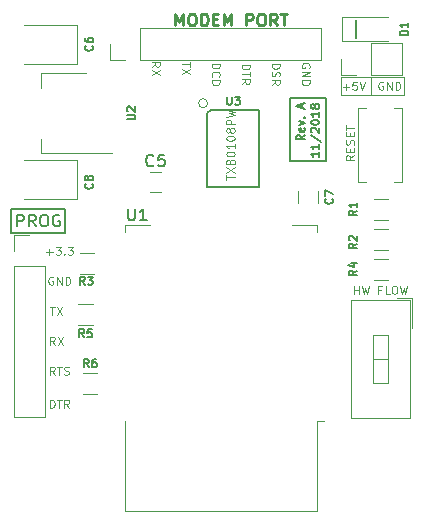
<source format=gto>
G04 #@! TF.GenerationSoftware,KiCad,Pcbnew,(5.0.0-3-g5ebb6b6)*
G04 #@! TF.CreationDate,2018-11-09T10:28:32+01:00*
G04 #@! TF.ProjectId,WifiModem_IIC+,576966694D6F64656D5F4949432B2E6B,rev?*
G04 #@! TF.SameCoordinates,Original*
G04 #@! TF.FileFunction,Legend,Top*
G04 #@! TF.FilePolarity,Positive*
%FSLAX46Y46*%
G04 Gerber Fmt 4.6, Leading zero omitted, Abs format (unit mm)*
G04 Created by KiCad (PCBNEW (5.0.0-3-g5ebb6b6)) date Friday, 09 November 2018 at 10:28:32*
%MOMM*%
%LPD*%
G01*
G04 APERTURE LIST*
%ADD10C,0.125000*%
%ADD11C,0.200000*%
%ADD12C,0.100000*%
%ADD13C,0.175000*%
%ADD14C,0.250000*%
%ADD15C,0.120000*%
%ADD16C,0.127000*%
%ADD17C,0.150000*%
%ADD18C,0.050000*%
G04 APERTURE END LIST*
D10*
X113708000Y-68884000D02*
X114241333Y-68884000D01*
X113974666Y-69150666D02*
X113974666Y-68617333D01*
X114508000Y-68450666D02*
X114941333Y-68450666D01*
X114708000Y-68717333D01*
X114808000Y-68717333D01*
X114874666Y-68750666D01*
X114908000Y-68784000D01*
X114941333Y-68850666D01*
X114941333Y-69017333D01*
X114908000Y-69084000D01*
X114874666Y-69117333D01*
X114808000Y-69150666D01*
X114608000Y-69150666D01*
X114541333Y-69117333D01*
X114508000Y-69084000D01*
X115241333Y-69084000D02*
X115274666Y-69117333D01*
X115241333Y-69150666D01*
X115208000Y-69117333D01*
X115241333Y-69084000D01*
X115241333Y-69150666D01*
X115508000Y-68450666D02*
X115941333Y-68450666D01*
X115708000Y-68717333D01*
X115808000Y-68717333D01*
X115874666Y-68750666D01*
X115908000Y-68784000D01*
X115941333Y-68850666D01*
X115941333Y-69017333D01*
X115908000Y-69084000D01*
X115874666Y-69117333D01*
X115808000Y-69150666D01*
X115608000Y-69150666D01*
X115541333Y-69117333D01*
X115508000Y-69084000D01*
D11*
X110744000Y-67310000D02*
X110744000Y-65278000D01*
X115316000Y-67310000D02*
X110744000Y-67310000D01*
X115316000Y-65278000D02*
X115316000Y-67310000D01*
X110744000Y-65278000D02*
X115316000Y-65278000D01*
D12*
X141224000Y-55626000D02*
X141224000Y-54102000D01*
X138684000Y-55626000D02*
X138684000Y-54102000D01*
X144018000Y-55626000D02*
X138684000Y-55626000D01*
X144018000Y-54102000D02*
X144018000Y-55626000D01*
X138684000Y-54102000D02*
X144018000Y-54102000D01*
D10*
X142214666Y-54514000D02*
X142148000Y-54480666D01*
X142048000Y-54480666D01*
X141948000Y-54514000D01*
X141881333Y-54580666D01*
X141848000Y-54647333D01*
X141814666Y-54780666D01*
X141814666Y-54880666D01*
X141848000Y-55014000D01*
X141881333Y-55080666D01*
X141948000Y-55147333D01*
X142048000Y-55180666D01*
X142114666Y-55180666D01*
X142214666Y-55147333D01*
X142248000Y-55114000D01*
X142248000Y-54880666D01*
X142114666Y-54880666D01*
X142548000Y-55180666D02*
X142548000Y-54480666D01*
X142948000Y-55180666D01*
X142948000Y-54480666D01*
X143281333Y-55180666D02*
X143281333Y-54480666D01*
X143448000Y-54480666D01*
X143548000Y-54514000D01*
X143614666Y-54580666D01*
X143648000Y-54647333D01*
X143681333Y-54780666D01*
X143681333Y-54880666D01*
X143648000Y-55014000D01*
X143614666Y-55080666D01*
X143548000Y-55147333D01*
X143448000Y-55180666D01*
X143281333Y-55180666D01*
D11*
X134366000Y-61214000D02*
X134366000Y-55880000D01*
X137414000Y-61214000D02*
X134366000Y-61214000D01*
X137414000Y-55880000D02*
X137414000Y-61214000D01*
X134366000Y-55880000D02*
X137414000Y-55880000D01*
D13*
X135594166Y-58981083D02*
X135260833Y-59214416D01*
X135594166Y-59381083D02*
X134894166Y-59381083D01*
X134894166Y-59114416D01*
X134927500Y-59047750D01*
X134960833Y-59014416D01*
X135027500Y-58981083D01*
X135127500Y-58981083D01*
X135194166Y-59014416D01*
X135227500Y-59047750D01*
X135260833Y-59114416D01*
X135260833Y-59381083D01*
X135560833Y-58414416D02*
X135594166Y-58481083D01*
X135594166Y-58614416D01*
X135560833Y-58681083D01*
X135494166Y-58714416D01*
X135227500Y-58714416D01*
X135160833Y-58681083D01*
X135127500Y-58614416D01*
X135127500Y-58481083D01*
X135160833Y-58414416D01*
X135227500Y-58381083D01*
X135294166Y-58381083D01*
X135360833Y-58714416D01*
X135127500Y-58147750D02*
X135594166Y-57981083D01*
X135127500Y-57814416D01*
X135527500Y-57547750D02*
X135560833Y-57514416D01*
X135594166Y-57547750D01*
X135560833Y-57581083D01*
X135527500Y-57547750D01*
X135594166Y-57547750D01*
X135394166Y-56714416D02*
X135394166Y-56381083D01*
X135594166Y-56781083D02*
X134894166Y-56547750D01*
X135594166Y-56314416D01*
X136819166Y-60447750D02*
X136819166Y-60847750D01*
X136819166Y-60647750D02*
X136119166Y-60647750D01*
X136219166Y-60714416D01*
X136285833Y-60781083D01*
X136319166Y-60847750D01*
X136819166Y-59781083D02*
X136819166Y-60181083D01*
X136819166Y-59981083D02*
X136119166Y-59981083D01*
X136219166Y-60047750D01*
X136285833Y-60114416D01*
X136319166Y-60181083D01*
X136085833Y-58981083D02*
X136985833Y-59581083D01*
X136185833Y-58781083D02*
X136152500Y-58747750D01*
X136119166Y-58681083D01*
X136119166Y-58514416D01*
X136152500Y-58447750D01*
X136185833Y-58414416D01*
X136252500Y-58381083D01*
X136319166Y-58381083D01*
X136419166Y-58414416D01*
X136819166Y-58814416D01*
X136819166Y-58381083D01*
X136119166Y-57947750D02*
X136119166Y-57881083D01*
X136152500Y-57814416D01*
X136185833Y-57781083D01*
X136252500Y-57747750D01*
X136385833Y-57714416D01*
X136552500Y-57714416D01*
X136685833Y-57747750D01*
X136752500Y-57781083D01*
X136785833Y-57814416D01*
X136819166Y-57881083D01*
X136819166Y-57947750D01*
X136785833Y-58014416D01*
X136752500Y-58047750D01*
X136685833Y-58081083D01*
X136552500Y-58114416D01*
X136385833Y-58114416D01*
X136252500Y-58081083D01*
X136185833Y-58047750D01*
X136152500Y-58014416D01*
X136119166Y-57947750D01*
X136819166Y-57047750D02*
X136819166Y-57447750D01*
X136819166Y-57247750D02*
X136119166Y-57247750D01*
X136219166Y-57314416D01*
X136285833Y-57381083D01*
X136319166Y-57447750D01*
X136419166Y-56647750D02*
X136385833Y-56714416D01*
X136352500Y-56747750D01*
X136285833Y-56781083D01*
X136252500Y-56781083D01*
X136185833Y-56747750D01*
X136152500Y-56714416D01*
X136119166Y-56647750D01*
X136119166Y-56514416D01*
X136152500Y-56447750D01*
X136185833Y-56414416D01*
X136252500Y-56381083D01*
X136285833Y-56381083D01*
X136352500Y-56414416D01*
X136385833Y-56447750D01*
X136419166Y-56514416D01*
X136419166Y-56647750D01*
X136452500Y-56714416D01*
X136485833Y-56747750D01*
X136552500Y-56781083D01*
X136685833Y-56781083D01*
X136752500Y-56747750D01*
X136785833Y-56714416D01*
X136819166Y-56647750D01*
X136819166Y-56514416D01*
X136785833Y-56447750D01*
X136752500Y-56414416D01*
X136685833Y-56381083D01*
X136552500Y-56381083D01*
X136485833Y-56414416D01*
X136452500Y-56447750D01*
X136419166Y-56514416D01*
D11*
X139954000Y-49276000D02*
X139954000Y-50800000D01*
D10*
X139769333Y-72452666D02*
X139769333Y-71752666D01*
X139769333Y-72086000D02*
X140169333Y-72086000D01*
X140169333Y-72452666D02*
X140169333Y-71752666D01*
X140436000Y-71752666D02*
X140602666Y-72452666D01*
X140736000Y-71952666D01*
X140869333Y-72452666D01*
X141036000Y-71752666D01*
X142069333Y-72086000D02*
X141836000Y-72086000D01*
X141836000Y-72452666D02*
X141836000Y-71752666D01*
X142169333Y-71752666D01*
X142769333Y-72452666D02*
X142436000Y-72452666D01*
X142436000Y-71752666D01*
X143136000Y-71752666D02*
X143269333Y-71752666D01*
X143336000Y-71786000D01*
X143402666Y-71852666D01*
X143436000Y-71986000D01*
X143436000Y-72219333D01*
X143402666Y-72352666D01*
X143336000Y-72419333D01*
X143269333Y-72452666D01*
X143136000Y-72452666D01*
X143069333Y-72419333D01*
X143002666Y-72352666D01*
X142969333Y-72219333D01*
X142969333Y-71986000D01*
X143002666Y-71852666D01*
X143069333Y-71786000D01*
X143136000Y-71752666D01*
X143669333Y-71752666D02*
X143836000Y-72452666D01*
X143969333Y-71952666D01*
X144102666Y-72452666D01*
X144269333Y-71752666D01*
X139762666Y-60706666D02*
X139429333Y-60940000D01*
X139762666Y-61106666D02*
X139062666Y-61106666D01*
X139062666Y-60840000D01*
X139096000Y-60773333D01*
X139129333Y-60740000D01*
X139196000Y-60706666D01*
X139296000Y-60706666D01*
X139362666Y-60740000D01*
X139396000Y-60773333D01*
X139429333Y-60840000D01*
X139429333Y-61106666D01*
X139396000Y-60406666D02*
X139396000Y-60173333D01*
X139762666Y-60073333D02*
X139762666Y-60406666D01*
X139062666Y-60406666D01*
X139062666Y-60073333D01*
X139729333Y-59806666D02*
X139762666Y-59706666D01*
X139762666Y-59540000D01*
X139729333Y-59473333D01*
X139696000Y-59440000D01*
X139629333Y-59406666D01*
X139562666Y-59406666D01*
X139496000Y-59440000D01*
X139462666Y-59473333D01*
X139429333Y-59540000D01*
X139396000Y-59673333D01*
X139362666Y-59740000D01*
X139329333Y-59773333D01*
X139262666Y-59806666D01*
X139196000Y-59806666D01*
X139129333Y-59773333D01*
X139096000Y-59740000D01*
X139062666Y-59673333D01*
X139062666Y-59506666D01*
X139096000Y-59406666D01*
X139396000Y-59106666D02*
X139396000Y-58873333D01*
X139762666Y-58773333D02*
X139762666Y-59106666D01*
X139062666Y-59106666D01*
X139062666Y-58773333D01*
X139062666Y-58573333D02*
X139062666Y-58173333D01*
X139762666Y-58373333D02*
X139062666Y-58373333D01*
X138800000Y-54914000D02*
X139333333Y-54914000D01*
X139066666Y-55180666D02*
X139066666Y-54647333D01*
X140000000Y-54480666D02*
X139666666Y-54480666D01*
X139633333Y-54814000D01*
X139666666Y-54780666D01*
X139733333Y-54747333D01*
X139900000Y-54747333D01*
X139966666Y-54780666D01*
X140000000Y-54814000D01*
X140033333Y-54880666D01*
X140033333Y-55047333D01*
X140000000Y-55114000D01*
X139966666Y-55147333D01*
X139900000Y-55180666D01*
X139733333Y-55180666D01*
X139666666Y-55147333D01*
X139633333Y-55114000D01*
X140233333Y-54480666D02*
X140466666Y-55180666D01*
X140700000Y-54480666D01*
D14*
X124619333Y-49728380D02*
X124619333Y-48728380D01*
X124952666Y-49442666D01*
X125286000Y-48728380D01*
X125286000Y-49728380D01*
X125952666Y-48728380D02*
X126143142Y-48728380D01*
X126238380Y-48776000D01*
X126333619Y-48871238D01*
X126381238Y-49061714D01*
X126381238Y-49395047D01*
X126333619Y-49585523D01*
X126238380Y-49680761D01*
X126143142Y-49728380D01*
X125952666Y-49728380D01*
X125857428Y-49680761D01*
X125762190Y-49585523D01*
X125714571Y-49395047D01*
X125714571Y-49061714D01*
X125762190Y-48871238D01*
X125857428Y-48776000D01*
X125952666Y-48728380D01*
X126809809Y-49728380D02*
X126809809Y-48728380D01*
X127047904Y-48728380D01*
X127190761Y-48776000D01*
X127286000Y-48871238D01*
X127333619Y-48966476D01*
X127381238Y-49156952D01*
X127381238Y-49299809D01*
X127333619Y-49490285D01*
X127286000Y-49585523D01*
X127190761Y-49680761D01*
X127047904Y-49728380D01*
X126809809Y-49728380D01*
X127809809Y-49204571D02*
X128143142Y-49204571D01*
X128286000Y-49728380D02*
X127809809Y-49728380D01*
X127809809Y-48728380D01*
X128286000Y-48728380D01*
X128714571Y-49728380D02*
X128714571Y-48728380D01*
X129047904Y-49442666D01*
X129381238Y-48728380D01*
X129381238Y-49728380D01*
X130619333Y-49728380D02*
X130619333Y-48728380D01*
X131000285Y-48728380D01*
X131095523Y-48776000D01*
X131143142Y-48823619D01*
X131190761Y-48918857D01*
X131190761Y-49061714D01*
X131143142Y-49156952D01*
X131095523Y-49204571D01*
X131000285Y-49252190D01*
X130619333Y-49252190D01*
X131809809Y-48728380D02*
X132000285Y-48728380D01*
X132095523Y-48776000D01*
X132190761Y-48871238D01*
X132238380Y-49061714D01*
X132238380Y-49395047D01*
X132190761Y-49585523D01*
X132095523Y-49680761D01*
X132000285Y-49728380D01*
X131809809Y-49728380D01*
X131714571Y-49680761D01*
X131619333Y-49585523D01*
X131571714Y-49395047D01*
X131571714Y-49061714D01*
X131619333Y-48871238D01*
X131714571Y-48776000D01*
X131809809Y-48728380D01*
X133238380Y-49728380D02*
X132905047Y-49252190D01*
X132666952Y-49728380D02*
X132666952Y-48728380D01*
X133047904Y-48728380D01*
X133143142Y-48776000D01*
X133190761Y-48823619D01*
X133238380Y-48918857D01*
X133238380Y-49061714D01*
X133190761Y-49156952D01*
X133143142Y-49204571D01*
X133047904Y-49252190D01*
X132666952Y-49252190D01*
X133524095Y-48728380D02*
X134095523Y-48728380D01*
X133809809Y-49728380D02*
X133809809Y-48728380D01*
D11*
X111244285Y-66746380D02*
X111244285Y-65746380D01*
X111625238Y-65746380D01*
X111720476Y-65794000D01*
X111768095Y-65841619D01*
X111815714Y-65936857D01*
X111815714Y-66079714D01*
X111768095Y-66174952D01*
X111720476Y-66222571D01*
X111625238Y-66270190D01*
X111244285Y-66270190D01*
X112815714Y-66746380D02*
X112482380Y-66270190D01*
X112244285Y-66746380D02*
X112244285Y-65746380D01*
X112625238Y-65746380D01*
X112720476Y-65794000D01*
X112768095Y-65841619D01*
X112815714Y-65936857D01*
X112815714Y-66079714D01*
X112768095Y-66174952D01*
X112720476Y-66222571D01*
X112625238Y-66270190D01*
X112244285Y-66270190D01*
X113434761Y-65746380D02*
X113625238Y-65746380D01*
X113720476Y-65794000D01*
X113815714Y-65889238D01*
X113863333Y-66079714D01*
X113863333Y-66413047D01*
X113815714Y-66603523D01*
X113720476Y-66698761D01*
X113625238Y-66746380D01*
X113434761Y-66746380D01*
X113339523Y-66698761D01*
X113244285Y-66603523D01*
X113196666Y-66413047D01*
X113196666Y-66079714D01*
X113244285Y-65889238D01*
X113339523Y-65794000D01*
X113434761Y-65746380D01*
X114815714Y-65794000D02*
X114720476Y-65746380D01*
X114577619Y-65746380D01*
X114434761Y-65794000D01*
X114339523Y-65889238D01*
X114291904Y-65984476D01*
X114244285Y-66174952D01*
X114244285Y-66317809D01*
X114291904Y-66508285D01*
X114339523Y-66603523D01*
X114434761Y-66698761D01*
X114577619Y-66746380D01*
X114672857Y-66746380D01*
X114815714Y-66698761D01*
X114863333Y-66651142D01*
X114863333Y-66317809D01*
X114672857Y-66317809D01*
D10*
X135986000Y-53314666D02*
X136019333Y-53248000D01*
X136019333Y-53148000D01*
X135986000Y-53048000D01*
X135919333Y-52981333D01*
X135852666Y-52948000D01*
X135719333Y-52914666D01*
X135619333Y-52914666D01*
X135486000Y-52948000D01*
X135419333Y-52981333D01*
X135352666Y-53048000D01*
X135319333Y-53148000D01*
X135319333Y-53214666D01*
X135352666Y-53314666D01*
X135386000Y-53348000D01*
X135619333Y-53348000D01*
X135619333Y-53214666D01*
X135319333Y-53648000D02*
X136019333Y-53648000D01*
X135319333Y-54048000D01*
X136019333Y-54048000D01*
X135319333Y-54381333D02*
X136019333Y-54381333D01*
X136019333Y-54548000D01*
X135986000Y-54648000D01*
X135919333Y-54714666D01*
X135852666Y-54748000D01*
X135719333Y-54781333D01*
X135619333Y-54781333D01*
X135486000Y-54748000D01*
X135419333Y-54714666D01*
X135352666Y-54648000D01*
X135319333Y-54548000D01*
X135319333Y-54381333D01*
X132779333Y-52981333D02*
X133479333Y-52981333D01*
X133479333Y-53148000D01*
X133446000Y-53248000D01*
X133379333Y-53314666D01*
X133312666Y-53348000D01*
X133179333Y-53381333D01*
X133079333Y-53381333D01*
X132946000Y-53348000D01*
X132879333Y-53314666D01*
X132812666Y-53248000D01*
X132779333Y-53148000D01*
X132779333Y-52981333D01*
X132812666Y-53648000D02*
X132779333Y-53748000D01*
X132779333Y-53914666D01*
X132812666Y-53981333D01*
X132846000Y-54014666D01*
X132912666Y-54048000D01*
X132979333Y-54048000D01*
X133046000Y-54014666D01*
X133079333Y-53981333D01*
X133112666Y-53914666D01*
X133146000Y-53781333D01*
X133179333Y-53714666D01*
X133212666Y-53681333D01*
X133279333Y-53648000D01*
X133346000Y-53648000D01*
X133412666Y-53681333D01*
X133446000Y-53714666D01*
X133479333Y-53781333D01*
X133479333Y-53948000D01*
X133446000Y-54048000D01*
X132779333Y-54748000D02*
X133112666Y-54514666D01*
X132779333Y-54348000D02*
X133479333Y-54348000D01*
X133479333Y-54614666D01*
X133446000Y-54681333D01*
X133412666Y-54714666D01*
X133346000Y-54748000D01*
X133246000Y-54748000D01*
X133179333Y-54714666D01*
X133146000Y-54681333D01*
X133112666Y-54614666D01*
X133112666Y-54348000D01*
X130239333Y-53048000D02*
X130939333Y-53048000D01*
X130939333Y-53214666D01*
X130906000Y-53314666D01*
X130839333Y-53381333D01*
X130772666Y-53414666D01*
X130639333Y-53448000D01*
X130539333Y-53448000D01*
X130406000Y-53414666D01*
X130339333Y-53381333D01*
X130272666Y-53314666D01*
X130239333Y-53214666D01*
X130239333Y-53048000D01*
X130939333Y-53648000D02*
X130939333Y-54048000D01*
X130239333Y-53848000D02*
X130939333Y-53848000D01*
X130239333Y-54681333D02*
X130572666Y-54448000D01*
X130239333Y-54281333D02*
X130939333Y-54281333D01*
X130939333Y-54548000D01*
X130906000Y-54614666D01*
X130872666Y-54648000D01*
X130806000Y-54681333D01*
X130706000Y-54681333D01*
X130639333Y-54648000D01*
X130606000Y-54614666D01*
X130572666Y-54548000D01*
X130572666Y-54281333D01*
X127699333Y-52964666D02*
X128399333Y-52964666D01*
X128399333Y-53131333D01*
X128366000Y-53231333D01*
X128299333Y-53298000D01*
X128232666Y-53331333D01*
X128099333Y-53364666D01*
X127999333Y-53364666D01*
X127866000Y-53331333D01*
X127799333Y-53298000D01*
X127732666Y-53231333D01*
X127699333Y-53131333D01*
X127699333Y-52964666D01*
X127766000Y-54064666D02*
X127732666Y-54031333D01*
X127699333Y-53931333D01*
X127699333Y-53864666D01*
X127732666Y-53764666D01*
X127799333Y-53698000D01*
X127866000Y-53664666D01*
X127999333Y-53631333D01*
X128099333Y-53631333D01*
X128232666Y-53664666D01*
X128299333Y-53698000D01*
X128366000Y-53764666D01*
X128399333Y-53864666D01*
X128399333Y-53931333D01*
X128366000Y-54031333D01*
X128332666Y-54064666D01*
X127699333Y-54364666D02*
X128399333Y-54364666D01*
X128399333Y-54531333D01*
X128366000Y-54631333D01*
X128299333Y-54698000D01*
X128232666Y-54731333D01*
X128099333Y-54764666D01*
X127999333Y-54764666D01*
X127866000Y-54731333D01*
X127799333Y-54698000D01*
X127732666Y-54631333D01*
X127699333Y-54531333D01*
X127699333Y-54364666D01*
X122619333Y-53223333D02*
X122952666Y-52990000D01*
X122619333Y-52823333D02*
X123319333Y-52823333D01*
X123319333Y-53090000D01*
X123286000Y-53156666D01*
X123252666Y-53190000D01*
X123186000Y-53223333D01*
X123086000Y-53223333D01*
X123019333Y-53190000D01*
X122986000Y-53156666D01*
X122952666Y-53090000D01*
X122952666Y-52823333D01*
X123319333Y-53456666D02*
X122619333Y-53923333D01*
X123319333Y-53923333D02*
X122619333Y-53456666D01*
X125859333Y-52806666D02*
X125859333Y-53206666D01*
X125159333Y-53006666D02*
X125859333Y-53006666D01*
X125859333Y-53373333D02*
X125159333Y-53840000D01*
X125859333Y-53840000D02*
X125159333Y-53373333D01*
X114274666Y-71024000D02*
X114208000Y-70990666D01*
X114108000Y-70990666D01*
X114008000Y-71024000D01*
X113941333Y-71090666D01*
X113908000Y-71157333D01*
X113874666Y-71290666D01*
X113874666Y-71390666D01*
X113908000Y-71524000D01*
X113941333Y-71590666D01*
X114008000Y-71657333D01*
X114108000Y-71690666D01*
X114174666Y-71690666D01*
X114274666Y-71657333D01*
X114308000Y-71624000D01*
X114308000Y-71390666D01*
X114174666Y-71390666D01*
X114608000Y-71690666D02*
X114608000Y-70990666D01*
X115008000Y-71690666D01*
X115008000Y-70990666D01*
X115341333Y-71690666D02*
X115341333Y-70990666D01*
X115508000Y-70990666D01*
X115608000Y-71024000D01*
X115674666Y-71090666D01*
X115708000Y-71157333D01*
X115741333Y-71290666D01*
X115741333Y-71390666D01*
X115708000Y-71524000D01*
X115674666Y-71590666D01*
X115608000Y-71657333D01*
X115508000Y-71690666D01*
X115341333Y-71690666D01*
X114424666Y-79310666D02*
X114191333Y-78977333D01*
X114024666Y-79310666D02*
X114024666Y-78610666D01*
X114291333Y-78610666D01*
X114358000Y-78644000D01*
X114391333Y-78677333D01*
X114424666Y-78744000D01*
X114424666Y-78844000D01*
X114391333Y-78910666D01*
X114358000Y-78944000D01*
X114291333Y-78977333D01*
X114024666Y-78977333D01*
X114624666Y-78610666D02*
X115024666Y-78610666D01*
X114824666Y-79310666D02*
X114824666Y-78610666D01*
X115224666Y-79277333D02*
X115324666Y-79310666D01*
X115491333Y-79310666D01*
X115558000Y-79277333D01*
X115591333Y-79244000D01*
X115624666Y-79177333D01*
X115624666Y-79110666D01*
X115591333Y-79044000D01*
X115558000Y-79010666D01*
X115491333Y-78977333D01*
X115358000Y-78944000D01*
X115291333Y-78910666D01*
X115258000Y-78877333D01*
X115224666Y-78810666D01*
X115224666Y-78744000D01*
X115258000Y-78677333D01*
X115291333Y-78644000D01*
X115358000Y-78610666D01*
X115524666Y-78610666D01*
X115624666Y-78644000D01*
X114008000Y-82104666D02*
X114008000Y-81404666D01*
X114174666Y-81404666D01*
X114274666Y-81438000D01*
X114341333Y-81504666D01*
X114374666Y-81571333D01*
X114408000Y-81704666D01*
X114408000Y-81804666D01*
X114374666Y-81938000D01*
X114341333Y-82004666D01*
X114274666Y-82071333D01*
X114174666Y-82104666D01*
X114008000Y-82104666D01*
X114608000Y-81404666D02*
X115008000Y-81404666D01*
X114808000Y-82104666D02*
X114808000Y-81404666D01*
X115641333Y-82104666D02*
X115408000Y-81771333D01*
X115241333Y-82104666D02*
X115241333Y-81404666D01*
X115508000Y-81404666D01*
X115574666Y-81438000D01*
X115608000Y-81471333D01*
X115641333Y-81538000D01*
X115641333Y-81638000D01*
X115608000Y-81704666D01*
X115574666Y-81738000D01*
X115508000Y-81771333D01*
X115241333Y-81771333D01*
X114437333Y-76770666D02*
X114204000Y-76437333D01*
X114037333Y-76770666D02*
X114037333Y-76070666D01*
X114304000Y-76070666D01*
X114370666Y-76104000D01*
X114404000Y-76137333D01*
X114437333Y-76204000D01*
X114437333Y-76304000D01*
X114404000Y-76370666D01*
X114370666Y-76404000D01*
X114304000Y-76437333D01*
X114037333Y-76437333D01*
X114670666Y-76070666D02*
X115137333Y-76770666D01*
X115137333Y-76070666D02*
X114670666Y-76770666D01*
X114020666Y-73530666D02*
X114420666Y-73530666D01*
X114220666Y-74230666D02*
X114220666Y-73530666D01*
X114587333Y-73530666D02*
X115054000Y-74230666D01*
X115054000Y-73530666D02*
X114587333Y-74230666D01*
D15*
G04 #@! TO.C,U1*
X136624000Y-83200000D02*
X137234000Y-83200000D01*
X136624000Y-83200000D02*
X136624000Y-90820000D01*
X136624000Y-66580000D02*
X136624000Y-67200000D01*
X134504000Y-66580000D02*
X136624000Y-66580000D01*
X120384000Y-66580000D02*
X122504000Y-66580000D01*
X120384000Y-67200000D02*
X120384000Y-66580000D01*
X120384000Y-90820000D02*
X120384000Y-83200000D01*
X136624000Y-90820000D02*
X120384000Y-90820000D01*
G04 #@! TO.C,J2*
X110938000Y-67504000D02*
X112268000Y-67504000D01*
X110938000Y-68834000D02*
X110938000Y-67504000D01*
X110938000Y-70104000D02*
X113598000Y-70104000D01*
X113598000Y-70104000D02*
X113598000Y-82864000D01*
X110938000Y-70104000D02*
X110938000Y-82864000D01*
X110938000Y-82864000D02*
X113598000Y-82864000D01*
G04 #@! TO.C,D1*
X138720000Y-49038000D02*
X142620000Y-49038000D01*
X138720000Y-51038000D02*
X142620000Y-51038000D01*
X138720000Y-49038000D02*
X138720000Y-51038000D01*
G04 #@! TO.C,SW2*
X142621000Y-77978000D02*
X141351000Y-77978000D01*
X142621000Y-80008000D02*
X142621000Y-75948000D01*
X141351000Y-80008000D02*
X142621000Y-80008000D01*
X141351000Y-75948000D02*
X141351000Y-80008000D01*
X142621000Y-75948000D02*
X141351000Y-75948000D01*
X139506000Y-72968000D02*
X144466000Y-72968000D01*
X139506000Y-82988000D02*
X139506000Y-72968000D01*
X144466000Y-82988000D02*
X139506000Y-82988000D01*
X144466000Y-72968000D02*
X144466000Y-82988000D01*
X144666000Y-72768000D02*
X144666000Y-75308000D01*
X144666000Y-72768000D02*
X143396000Y-72768000D01*
G04 #@! TO.C,SW3*
X143836000Y-62950000D02*
X143836000Y-56750000D01*
X140136000Y-56750000D02*
X140136000Y-62950000D01*
X140136000Y-62950000D02*
X140786000Y-62950000D01*
X143186000Y-62950000D02*
X143836000Y-62950000D01*
X143836000Y-56750000D02*
X143186000Y-56750000D01*
X140136000Y-56750000D02*
X140786000Y-56750000D01*
G04 #@! TO.C,J5*
X143824000Y-53908000D02*
X143824000Y-51248000D01*
X141224000Y-53908000D02*
X143824000Y-53908000D01*
X141224000Y-51248000D02*
X143824000Y-51248000D01*
X141224000Y-53908000D02*
X141224000Y-51248000D01*
X139954000Y-53908000D02*
X138624000Y-53908000D01*
X138624000Y-53908000D02*
X138624000Y-52578000D01*
D16*
G04 #@! TO.C,U3*
X131723000Y-56877000D02*
X131723000Y-63377000D01*
X131723000Y-63377000D02*
X127323000Y-63377000D01*
X127323000Y-63377000D02*
X127323000Y-57181380D01*
X127323000Y-57181380D02*
X127627380Y-56877000D01*
X127627380Y-56877000D02*
X131723000Y-56877000D01*
D12*
X127364000Y-56317000D02*
G75*
G03X127364000Y-56317000I-381000J0D01*
G01*
D15*
G04 #@! TO.C,R4*
X141452000Y-69478000D02*
X142652000Y-69478000D01*
X142652000Y-71238000D02*
X141452000Y-71238000D01*
G04 #@! TO.C,J3*
X119066000Y-52638000D02*
X119066000Y-51308000D01*
X120396000Y-52638000D02*
X119066000Y-52638000D01*
X121666000Y-52638000D02*
X121666000Y-49978000D01*
X121666000Y-49978000D02*
X136966000Y-49978000D01*
X121666000Y-52638000D02*
X136966000Y-52638000D01*
X136966000Y-52638000D02*
X136966000Y-49978000D01*
G04 #@! TO.C,U2*
X119314000Y-60560000D02*
X113304000Y-60560000D01*
X117064000Y-53740000D02*
X113304000Y-53740000D01*
X113304000Y-60560000D02*
X113304000Y-59300000D01*
X113304000Y-53740000D02*
X113304000Y-55000000D01*
G04 #@! TO.C,C5*
X122452000Y-63842000D02*
X123452000Y-63842000D01*
X123452000Y-62142000D02*
X122452000Y-62142000D01*
G04 #@! TO.C,C6*
X116337000Y-52958000D02*
X116337000Y-49658000D01*
X116337000Y-49658000D02*
X111787000Y-49658000D01*
X116337000Y-52958000D02*
X111787000Y-52958000D01*
G04 #@! TO.C,C7*
X136740000Y-64746000D02*
X136740000Y-63746000D01*
X135040000Y-63746000D02*
X135040000Y-64746000D01*
G04 #@! TO.C,C8*
X116337000Y-64388000D02*
X111787000Y-64388000D01*
X116337000Y-61088000D02*
X111787000Y-61088000D01*
X116337000Y-64388000D02*
X116337000Y-61088000D01*
G04 #@! TO.C,R1*
X141452000Y-64398000D02*
X142652000Y-64398000D01*
X142652000Y-66158000D02*
X141452000Y-66158000D01*
G04 #@! TO.C,R2*
X141452000Y-66938000D02*
X142652000Y-66938000D01*
X142652000Y-68698000D02*
X141452000Y-68698000D01*
G04 #@! TO.C,R3*
X116560000Y-68970000D02*
X117760000Y-68970000D01*
X117760000Y-70730000D02*
X116560000Y-70730000D01*
G04 #@! TO.C,R5*
X116428000Y-73288000D02*
X117628000Y-73288000D01*
X117628000Y-75048000D02*
X116428000Y-75048000D01*
G04 #@! TO.C,R6*
X116814000Y-79130000D02*
X118014000Y-79130000D01*
X118014000Y-80890000D02*
X116814000Y-80890000D01*
G04 #@! TO.C,U1*
D17*
X120650095Y-65238380D02*
X120650095Y-66047904D01*
X120697714Y-66143142D01*
X120745333Y-66190761D01*
X120840571Y-66238380D01*
X121031047Y-66238380D01*
X121126285Y-66190761D01*
X121173904Y-66143142D01*
X121221523Y-66047904D01*
X121221523Y-65238380D01*
X122221523Y-66238380D02*
X121650095Y-66238380D01*
X121935809Y-66238380D02*
X121935809Y-65238380D01*
X121840571Y-65381238D01*
X121745333Y-65476476D01*
X121650095Y-65524095D01*
G04 #@! TO.C,D1*
X144334666Y-50554666D02*
X143634666Y-50554666D01*
X143634666Y-50388000D01*
X143668000Y-50288000D01*
X143734666Y-50221333D01*
X143801333Y-50188000D01*
X143934666Y-50154666D01*
X144034666Y-50154666D01*
X144168000Y-50188000D01*
X144234666Y-50221333D01*
X144301333Y-50288000D01*
X144334666Y-50388000D01*
X144334666Y-50554666D01*
X144334666Y-49488000D02*
X144334666Y-49888000D01*
X144334666Y-49688000D02*
X143634666Y-49688000D01*
X143734666Y-49754666D01*
X143801333Y-49821333D01*
X143834666Y-49888000D01*
G04 #@! TO.C,U3*
X129006529Y-55750568D02*
X129006529Y-56317380D01*
X129039871Y-56384064D01*
X129073213Y-56417406D01*
X129139897Y-56450748D01*
X129273264Y-56450748D01*
X129339948Y-56417406D01*
X129373290Y-56384064D01*
X129406632Y-56317380D01*
X129406632Y-55750568D01*
X129673367Y-55750568D02*
X130106812Y-55750568D01*
X129873419Y-56017303D01*
X129973444Y-56017303D01*
X130040128Y-56050645D01*
X130073470Y-56083987D01*
X130106812Y-56150670D01*
X130106812Y-56317380D01*
X130073470Y-56384064D01*
X130040128Y-56417406D01*
X129973444Y-56450748D01*
X129773393Y-56450748D01*
X129706709Y-56417406D01*
X129673367Y-56384064D01*
D18*
X128948612Y-62778726D02*
X128948612Y-62378340D01*
X129649288Y-62578533D02*
X128948612Y-62578533D01*
X128948612Y-62211512D02*
X129649288Y-61744395D01*
X128948612Y-61744395D02*
X129649288Y-62211512D01*
X129282267Y-61243912D02*
X129315633Y-61143815D01*
X129348998Y-61110450D01*
X129415729Y-61077084D01*
X129515826Y-61077084D01*
X129582557Y-61110450D01*
X129615922Y-61143815D01*
X129649288Y-61210547D01*
X129649288Y-61477471D01*
X128948612Y-61477471D01*
X128948612Y-61243912D01*
X128981978Y-61177181D01*
X129015343Y-61143815D01*
X129082074Y-61110450D01*
X129148805Y-61110450D01*
X129215536Y-61143815D01*
X129248902Y-61177181D01*
X129282267Y-61243912D01*
X129282267Y-61477471D01*
X128948612Y-60643333D02*
X128948612Y-60576602D01*
X128981978Y-60509871D01*
X129015343Y-60476505D01*
X129082074Y-60443139D01*
X129215536Y-60409774D01*
X129382364Y-60409774D01*
X129515826Y-60443139D01*
X129582557Y-60476505D01*
X129615922Y-60509871D01*
X129649288Y-60576602D01*
X129649288Y-60643333D01*
X129615922Y-60710064D01*
X129582557Y-60743429D01*
X129515826Y-60776795D01*
X129382364Y-60810160D01*
X129215536Y-60810160D01*
X129082074Y-60776795D01*
X129015343Y-60743429D01*
X128981978Y-60710064D01*
X128948612Y-60643333D01*
X129649288Y-59742463D02*
X129649288Y-60142850D01*
X129649288Y-59942657D02*
X128948612Y-59942657D01*
X129048709Y-60009388D01*
X129115440Y-60076119D01*
X129148805Y-60142850D01*
X128948612Y-59308712D02*
X128948612Y-59241981D01*
X128981978Y-59175250D01*
X129015343Y-59141884D01*
X129082074Y-59108519D01*
X129215536Y-59075153D01*
X129382364Y-59075153D01*
X129515826Y-59108519D01*
X129582557Y-59141884D01*
X129615922Y-59175250D01*
X129649288Y-59241981D01*
X129649288Y-59308712D01*
X129615922Y-59375443D01*
X129582557Y-59408808D01*
X129515826Y-59442174D01*
X129382364Y-59475539D01*
X129215536Y-59475539D01*
X129082074Y-59442174D01*
X129015343Y-59408808D01*
X128981978Y-59375443D01*
X128948612Y-59308712D01*
X129248902Y-58674767D02*
X129215536Y-58741498D01*
X129182171Y-58774863D01*
X129115440Y-58808229D01*
X129082074Y-58808229D01*
X129015343Y-58774863D01*
X128981978Y-58741498D01*
X128948612Y-58674767D01*
X128948612Y-58541305D01*
X128981978Y-58474574D01*
X129015343Y-58441208D01*
X129082074Y-58407843D01*
X129115440Y-58407843D01*
X129182171Y-58441208D01*
X129215536Y-58474574D01*
X129248902Y-58541305D01*
X129248902Y-58674767D01*
X129282267Y-58741498D01*
X129315633Y-58774863D01*
X129382364Y-58808229D01*
X129515826Y-58808229D01*
X129582557Y-58774863D01*
X129615922Y-58741498D01*
X129649288Y-58674767D01*
X129649288Y-58541305D01*
X129615922Y-58474574D01*
X129582557Y-58441208D01*
X129515826Y-58407843D01*
X129382364Y-58407843D01*
X129315633Y-58441208D01*
X129282267Y-58474574D01*
X129248902Y-58541305D01*
X129649288Y-58107553D02*
X128948612Y-58107553D01*
X128948612Y-57840629D01*
X128981978Y-57773898D01*
X129015343Y-57740532D01*
X129082074Y-57707167D01*
X129182171Y-57707167D01*
X129248902Y-57740532D01*
X129282267Y-57773898D01*
X129315633Y-57840629D01*
X129315633Y-58107553D01*
X128948612Y-57473608D02*
X129649288Y-57306780D01*
X129148805Y-57173318D01*
X129649288Y-57039856D01*
X128948612Y-56873028D01*
G04 #@! TO.C,R4*
D17*
X140016666Y-70474666D02*
X139683333Y-70708000D01*
X140016666Y-70874666D02*
X139316666Y-70874666D01*
X139316666Y-70608000D01*
X139350000Y-70541333D01*
X139383333Y-70508000D01*
X139450000Y-70474666D01*
X139550000Y-70474666D01*
X139616666Y-70508000D01*
X139650000Y-70541333D01*
X139683333Y-70608000D01*
X139683333Y-70874666D01*
X139550000Y-69874666D02*
X140016666Y-69874666D01*
X139283333Y-70041333D02*
X139783333Y-70208000D01*
X139783333Y-69774666D01*
G04 #@! TO.C,U2*
X120520666Y-57683333D02*
X121087333Y-57683333D01*
X121154000Y-57650000D01*
X121187333Y-57616666D01*
X121220666Y-57550000D01*
X121220666Y-57416666D01*
X121187333Y-57350000D01*
X121154000Y-57316666D01*
X121087333Y-57283333D01*
X120520666Y-57283333D01*
X120587333Y-56983333D02*
X120554000Y-56950000D01*
X120520666Y-56883333D01*
X120520666Y-56716666D01*
X120554000Y-56650000D01*
X120587333Y-56616666D01*
X120654000Y-56583333D01*
X120720666Y-56583333D01*
X120820666Y-56616666D01*
X121220666Y-57016666D01*
X121220666Y-56583333D01*
G04 #@! TO.C,C5*
X122785333Y-61571142D02*
X122737714Y-61618761D01*
X122594857Y-61666380D01*
X122499619Y-61666380D01*
X122356761Y-61618761D01*
X122261523Y-61523523D01*
X122213904Y-61428285D01*
X122166285Y-61237809D01*
X122166285Y-61094952D01*
X122213904Y-60904476D01*
X122261523Y-60809238D01*
X122356761Y-60714000D01*
X122499619Y-60666380D01*
X122594857Y-60666380D01*
X122737714Y-60714000D01*
X122785333Y-60761619D01*
X123690095Y-60666380D02*
X123213904Y-60666380D01*
X123166285Y-61142571D01*
X123213904Y-61094952D01*
X123309142Y-61047333D01*
X123547238Y-61047333D01*
X123642476Y-61094952D01*
X123690095Y-61142571D01*
X123737714Y-61237809D01*
X123737714Y-61475904D01*
X123690095Y-61571142D01*
X123642476Y-61618761D01*
X123547238Y-61666380D01*
X123309142Y-61666380D01*
X123213904Y-61618761D01*
X123166285Y-61571142D01*
G04 #@! TO.C,C6*
X117598000Y-51424666D02*
X117631333Y-51458000D01*
X117664666Y-51558000D01*
X117664666Y-51624666D01*
X117631333Y-51724666D01*
X117564666Y-51791333D01*
X117498000Y-51824666D01*
X117364666Y-51858000D01*
X117264666Y-51858000D01*
X117131333Y-51824666D01*
X117064666Y-51791333D01*
X116998000Y-51724666D01*
X116964666Y-51624666D01*
X116964666Y-51558000D01*
X116998000Y-51458000D01*
X117031333Y-51424666D01*
X116964666Y-50824666D02*
X116964666Y-50958000D01*
X116998000Y-51024666D01*
X117031333Y-51058000D01*
X117131333Y-51124666D01*
X117264666Y-51158000D01*
X117531333Y-51158000D01*
X117598000Y-51124666D01*
X117631333Y-51091333D01*
X117664666Y-51024666D01*
X117664666Y-50891333D01*
X117631333Y-50824666D01*
X117598000Y-50791333D01*
X117531333Y-50758000D01*
X117364666Y-50758000D01*
X117298000Y-50791333D01*
X117264666Y-50824666D01*
X117231333Y-50891333D01*
X117231333Y-51024666D01*
X117264666Y-51091333D01*
X117298000Y-51124666D01*
X117364666Y-51158000D01*
G04 #@! TO.C,C7*
X137918000Y-64378666D02*
X137951333Y-64412000D01*
X137984666Y-64512000D01*
X137984666Y-64578666D01*
X137951333Y-64678666D01*
X137884666Y-64745333D01*
X137818000Y-64778666D01*
X137684666Y-64812000D01*
X137584666Y-64812000D01*
X137451333Y-64778666D01*
X137384666Y-64745333D01*
X137318000Y-64678666D01*
X137284666Y-64578666D01*
X137284666Y-64512000D01*
X137318000Y-64412000D01*
X137351333Y-64378666D01*
X137284666Y-64145333D02*
X137284666Y-63678666D01*
X137984666Y-63978666D01*
G04 #@! TO.C,C8*
X117598000Y-63108666D02*
X117631333Y-63142000D01*
X117664666Y-63242000D01*
X117664666Y-63308666D01*
X117631333Y-63408666D01*
X117564666Y-63475333D01*
X117498000Y-63508666D01*
X117364666Y-63542000D01*
X117264666Y-63542000D01*
X117131333Y-63508666D01*
X117064666Y-63475333D01*
X116998000Y-63408666D01*
X116964666Y-63308666D01*
X116964666Y-63242000D01*
X116998000Y-63142000D01*
X117031333Y-63108666D01*
X117264666Y-62708666D02*
X117231333Y-62775333D01*
X117198000Y-62808666D01*
X117131333Y-62842000D01*
X117098000Y-62842000D01*
X117031333Y-62808666D01*
X116998000Y-62775333D01*
X116964666Y-62708666D01*
X116964666Y-62575333D01*
X116998000Y-62508666D01*
X117031333Y-62475333D01*
X117098000Y-62442000D01*
X117131333Y-62442000D01*
X117198000Y-62475333D01*
X117231333Y-62508666D01*
X117264666Y-62575333D01*
X117264666Y-62708666D01*
X117298000Y-62775333D01*
X117331333Y-62808666D01*
X117398000Y-62842000D01*
X117531333Y-62842000D01*
X117598000Y-62808666D01*
X117631333Y-62775333D01*
X117664666Y-62708666D01*
X117664666Y-62575333D01*
X117631333Y-62508666D01*
X117598000Y-62475333D01*
X117531333Y-62442000D01*
X117398000Y-62442000D01*
X117331333Y-62475333D01*
X117298000Y-62508666D01*
X117264666Y-62575333D01*
G04 #@! TO.C,R1*
X140016666Y-65394666D02*
X139683333Y-65628000D01*
X140016666Y-65794666D02*
X139316666Y-65794666D01*
X139316666Y-65528000D01*
X139350000Y-65461333D01*
X139383333Y-65428000D01*
X139450000Y-65394666D01*
X139550000Y-65394666D01*
X139616666Y-65428000D01*
X139650000Y-65461333D01*
X139683333Y-65528000D01*
X139683333Y-65794666D01*
X140016666Y-64728000D02*
X140016666Y-65128000D01*
X140016666Y-64928000D02*
X139316666Y-64928000D01*
X139416666Y-64994666D01*
X139483333Y-65061333D01*
X139516666Y-65128000D01*
G04 #@! TO.C,R2*
X140016666Y-68188666D02*
X139683333Y-68422000D01*
X140016666Y-68588666D02*
X139316666Y-68588666D01*
X139316666Y-68322000D01*
X139350000Y-68255333D01*
X139383333Y-68222000D01*
X139450000Y-68188666D01*
X139550000Y-68188666D01*
X139616666Y-68222000D01*
X139650000Y-68255333D01*
X139683333Y-68322000D01*
X139683333Y-68588666D01*
X139383333Y-67922000D02*
X139350000Y-67888666D01*
X139316666Y-67822000D01*
X139316666Y-67655333D01*
X139350000Y-67588666D01*
X139383333Y-67555333D01*
X139450000Y-67522000D01*
X139516666Y-67522000D01*
X139616666Y-67555333D01*
X140016666Y-67955333D01*
X140016666Y-67522000D01*
G04 #@! TO.C,R3*
X116977333Y-71690666D02*
X116744000Y-71357333D01*
X116577333Y-71690666D02*
X116577333Y-70990666D01*
X116844000Y-70990666D01*
X116910666Y-71024000D01*
X116944000Y-71057333D01*
X116977333Y-71124000D01*
X116977333Y-71224000D01*
X116944000Y-71290666D01*
X116910666Y-71324000D01*
X116844000Y-71357333D01*
X116577333Y-71357333D01*
X117210666Y-70990666D02*
X117644000Y-70990666D01*
X117410666Y-71257333D01*
X117510666Y-71257333D01*
X117577333Y-71290666D01*
X117610666Y-71324000D01*
X117644000Y-71390666D01*
X117644000Y-71557333D01*
X117610666Y-71624000D01*
X117577333Y-71657333D01*
X117510666Y-71690666D01*
X117310666Y-71690666D01*
X117244000Y-71657333D01*
X117210666Y-71624000D01*
G04 #@! TO.C,R5*
X116911333Y-76134666D02*
X116678000Y-75801333D01*
X116511333Y-76134666D02*
X116511333Y-75434666D01*
X116778000Y-75434666D01*
X116844666Y-75468000D01*
X116878000Y-75501333D01*
X116911333Y-75568000D01*
X116911333Y-75668000D01*
X116878000Y-75734666D01*
X116844666Y-75768000D01*
X116778000Y-75801333D01*
X116511333Y-75801333D01*
X117544666Y-75434666D02*
X117211333Y-75434666D01*
X117178000Y-75768000D01*
X117211333Y-75734666D01*
X117278000Y-75701333D01*
X117444666Y-75701333D01*
X117511333Y-75734666D01*
X117544666Y-75768000D01*
X117578000Y-75834666D01*
X117578000Y-76001333D01*
X117544666Y-76068000D01*
X117511333Y-76101333D01*
X117444666Y-76134666D01*
X117278000Y-76134666D01*
X117211333Y-76101333D01*
X117178000Y-76068000D01*
G04 #@! TO.C,R6*
X117297333Y-78676666D02*
X117064000Y-78343333D01*
X116897333Y-78676666D02*
X116897333Y-77976666D01*
X117164000Y-77976666D01*
X117230666Y-78010000D01*
X117264000Y-78043333D01*
X117297333Y-78110000D01*
X117297333Y-78210000D01*
X117264000Y-78276666D01*
X117230666Y-78310000D01*
X117164000Y-78343333D01*
X116897333Y-78343333D01*
X117897333Y-77976666D02*
X117764000Y-77976666D01*
X117697333Y-78010000D01*
X117664000Y-78043333D01*
X117597333Y-78143333D01*
X117564000Y-78276666D01*
X117564000Y-78543333D01*
X117597333Y-78610000D01*
X117630666Y-78643333D01*
X117697333Y-78676666D01*
X117830666Y-78676666D01*
X117897333Y-78643333D01*
X117930666Y-78610000D01*
X117964000Y-78543333D01*
X117964000Y-78376666D01*
X117930666Y-78310000D01*
X117897333Y-78276666D01*
X117830666Y-78243333D01*
X117697333Y-78243333D01*
X117630666Y-78276666D01*
X117597333Y-78310000D01*
X117564000Y-78376666D01*
G04 #@! TD*
M02*

</source>
